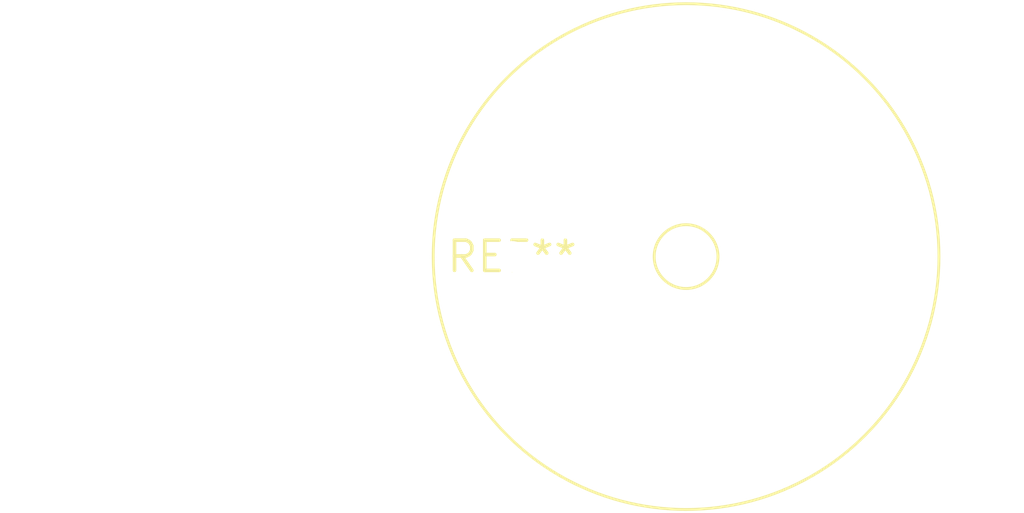
<source format=kicad_pcb>
(kicad_pcb (version 20240108) (generator pcbnew)
  (layers (0 "F.Cu" signal) (31 "B.Cu" signal) (34 "B.Paste" user) (35 "F.Paste" user) (36 "B.SilkS" user "B.Silkscreen") (37 "F.SilkS" user "F.Silkscreen") (38 "B.Mask" user) (39 "F.Mask" user) (44 "Edge.Cuts" user))
  (net 0 "")
  (footprint "L_Radial_D21.0mm_P14.61mm_Vishay_IHB-2" (layer "F.Cu") (at 0 0)
    (property "Reference" "REF**")
    (property "Value" "L_Radial_D21.0mm_P14.61mm_Vishay_IHB-2")
    (fp_circle (center 7.305 0) (end 8.645 0) (layer "F.SilkS") (stroke (width 0.12)) (fill none))
    (fp_circle (center 7.305 0) (end 17.925 0) (layer "F.SilkS") (stroke (width 0.12)) (fill none))
    (pad "1" thru_hole circle (at 0 0) (size 2.6 2.6) (drill 1.3) (layers *.Cu *.Mask) (remove_unused_layers))
    (pad "2" thru_hole circle (at 14.61 0) (size 2.6 2.6) (drill 1.3) (layers *.Cu *.Mask) (remove_unused_layers))
  )
)
</source>
